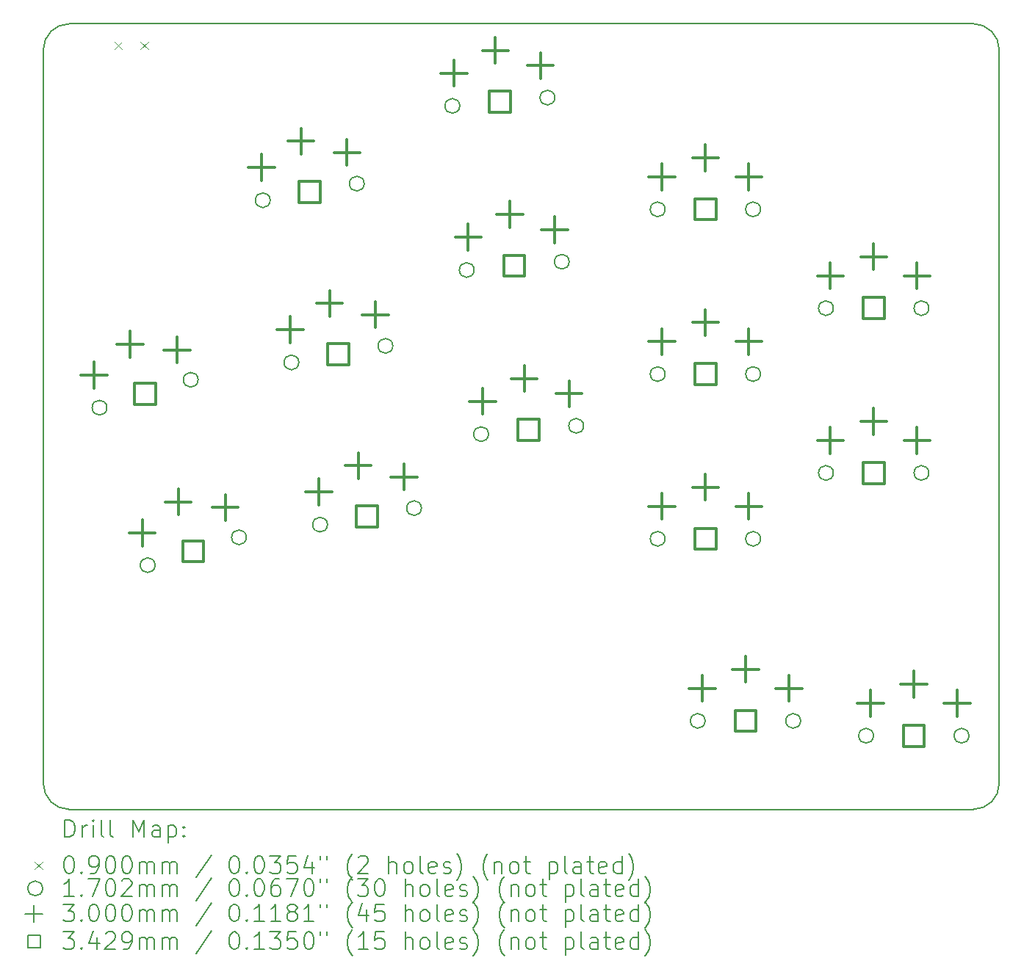
<source format=gbr>
%FSLAX45Y45*%
G04 Gerber Fmt 4.5, Leading zero omitted, Abs format (unit mm)*
G04 Created by KiCad (PCBNEW (6.0.4)) date 2022-09-04 01:37:33*
%MOMM*%
%LPD*%
G01*
G04 APERTURE LIST*
%TA.AperFunction,Profile*%
%ADD10C,0.150000*%
%TD*%
%ADD11C,0.200000*%
%ADD12C,0.090000*%
%ADD13C,0.170180*%
%ADD14C,0.300000*%
%ADD15C,0.342900*%
G04 APERTURE END LIST*
D10*
X19780321Y-14719637D02*
X30199060Y-14719637D01*
X19480323Y-14419637D02*
G75*
G03*
X19780321Y-14719637I299997J-3D01*
G01*
X19780321Y-5658142D02*
X30199060Y-5658142D01*
X30199060Y-14719630D02*
G75*
G03*
X30499060Y-14419637I10J299990D01*
G01*
X19480321Y-14419637D02*
X19480321Y-5958142D01*
X30499060Y-14419637D02*
X30499060Y-5958142D01*
X30499058Y-5958142D02*
G75*
G03*
X30199060Y-5658142I-299998J2D01*
G01*
X19780321Y-5658141D02*
G75*
G03*
X19480321Y-5958142I-1J-299999D01*
G01*
D11*
D12*
X20300062Y-5865642D02*
X20390062Y-5955642D01*
X20390062Y-5865642D02*
X20300062Y-5955642D01*
X20600062Y-5865642D02*
X20690062Y-5955642D01*
X20690062Y-5865642D02*
X20600062Y-5955642D01*
D13*
X20213390Y-10085754D02*
G75*
G03*
X20213390Y-10085754I-85090J0D01*
G01*
X20768896Y-11902733D02*
G75*
G03*
X20768896Y-11902733I-85090J0D01*
G01*
X21265325Y-9764145D02*
G75*
G03*
X21265325Y-9764145I-85090J0D01*
G01*
X21820832Y-11581124D02*
G75*
G03*
X21820832Y-11581124I-85090J0D01*
G01*
X22096156Y-7693221D02*
G75*
G03*
X22096156Y-7693221I-85090J0D01*
G01*
X22426088Y-9564356D02*
G75*
G03*
X22426088Y-9564356I-85090J0D01*
G01*
X22756019Y-11435491D02*
G75*
G03*
X22756019Y-11435491I-85090J0D01*
G01*
X23179445Y-7502208D02*
G75*
G03*
X23179445Y-7502208I-85090J0D01*
G01*
X23509376Y-9373343D02*
G75*
G03*
X23509376Y-9373343I-85090J0D01*
G01*
X23839308Y-11244478D02*
G75*
G03*
X23839308Y-11244478I-85090J0D01*
G01*
X24280669Y-6605737D02*
G75*
G03*
X24280669Y-6605737I-85090J0D01*
G01*
X24446265Y-8498507D02*
G75*
G03*
X24446265Y-8498507I-85090J0D01*
G01*
X24611861Y-10391277D02*
G75*
G03*
X24611861Y-10391277I-85090J0D01*
G01*
X25376484Y-6509866D02*
G75*
G03*
X25376484Y-6509866I-85090J0D01*
G01*
X25542079Y-8402636D02*
G75*
G03*
X25542079Y-8402636I-85090J0D01*
G01*
X25707675Y-10295406D02*
G75*
G03*
X25707675Y-10295406I-85090J0D01*
G01*
X26646650Y-7798637D02*
G75*
G03*
X26646650Y-7798637I-85090J0D01*
G01*
X26646650Y-9698637D02*
G75*
G03*
X26646650Y-9698637I-85090J0D01*
G01*
X26646650Y-11598637D02*
G75*
G03*
X26646650Y-11598637I-85090J0D01*
G01*
X27109150Y-13698637D02*
G75*
G03*
X27109150Y-13698637I-85090J0D01*
G01*
X27746650Y-7798637D02*
G75*
G03*
X27746650Y-7798637I-85090J0D01*
G01*
X27746650Y-9698637D02*
G75*
G03*
X27746650Y-9698637I-85090J0D01*
G01*
X27746650Y-11598637D02*
G75*
G03*
X27746650Y-11598637I-85090J0D01*
G01*
X28209150Y-13698637D02*
G75*
G03*
X28209150Y-13698637I-85090J0D01*
G01*
X28586650Y-8938637D02*
G75*
G03*
X28586650Y-8938637I-85090J0D01*
G01*
X28586650Y-10838637D02*
G75*
G03*
X28586650Y-10838637I-85090J0D01*
G01*
X29049150Y-13869637D02*
G75*
G03*
X29049150Y-13869637I-85090J0D01*
G01*
X29686650Y-8938637D02*
G75*
G03*
X29686650Y-8938637I-85090J0D01*
G01*
X29686650Y-10838637D02*
G75*
G03*
X29686650Y-10838637I-85090J0D01*
G01*
X30149150Y-13869637D02*
G75*
G03*
X30149150Y-13869637I-85090J0D01*
G01*
D14*
X20066476Y-9562521D02*
X20066476Y-9862521D01*
X19916476Y-9712521D02*
X20216476Y-9712521D01*
X20480307Y-9205948D02*
X20480307Y-9505948D01*
X20330307Y-9355948D02*
X20630307Y-9355948D01*
X20621982Y-11379500D02*
X20621982Y-11679500D01*
X20471982Y-11529500D02*
X20771982Y-11529500D01*
X21022781Y-9270150D02*
X21022781Y-9570150D01*
X20872781Y-9420150D02*
X21172781Y-9420150D01*
X21035813Y-11022927D02*
X21035813Y-11322927D01*
X20885813Y-11172927D02*
X21185813Y-11172927D01*
X21578287Y-11087129D02*
X21578287Y-11387129D01*
X21428287Y-11237129D02*
X21728287Y-11237129D01*
X21995189Y-7165236D02*
X21995189Y-7465236D01*
X21845189Y-7315236D02*
X22145189Y-7315236D01*
X22325120Y-9036371D02*
X22325120Y-9336371D01*
X22175120Y-9186371D02*
X22475120Y-9186371D01*
X22449390Y-6861754D02*
X22449390Y-7161754D01*
X22299390Y-7011754D02*
X22599390Y-7011754D01*
X22655052Y-10907506D02*
X22655052Y-11207506D01*
X22505052Y-11057506D02*
X22805052Y-11057506D01*
X22779321Y-8732889D02*
X22779321Y-9032889D01*
X22629321Y-8882889D02*
X22929321Y-8882889D01*
X22979996Y-6991588D02*
X22979996Y-7291588D01*
X22829996Y-7141588D02*
X23129996Y-7141588D01*
X23109253Y-10604024D02*
X23109253Y-10904024D01*
X22959253Y-10754024D02*
X23259253Y-10754024D01*
X23309928Y-8862723D02*
X23309928Y-9162723D01*
X23159928Y-9012723D02*
X23459928Y-9012723D01*
X23639859Y-10733858D02*
X23639859Y-11033858D01*
X23489859Y-10883858D02*
X23789859Y-10883858D01*
X24212706Y-6077807D02*
X24212706Y-6377807D01*
X24062706Y-6227807D02*
X24362706Y-6227807D01*
X24378302Y-7970577D02*
X24378302Y-8270577D01*
X24228302Y-8120577D02*
X24528302Y-8120577D01*
X24543898Y-9863347D02*
X24543898Y-10163347D01*
X24393898Y-10013347D02*
X24693898Y-10013347D01*
X24691629Y-5815066D02*
X24691629Y-6115066D01*
X24541629Y-5965066D02*
X24841629Y-5965066D01*
X24857225Y-7707836D02*
X24857225Y-8007836D01*
X24707225Y-7857836D02*
X25007225Y-7857836D01*
X25022821Y-9600606D02*
X25022821Y-9900606D01*
X24872821Y-9750606D02*
X25172821Y-9750606D01*
X25208900Y-5990651D02*
X25208900Y-6290651D01*
X25058900Y-6140651D02*
X25358900Y-6140651D01*
X25374496Y-7883421D02*
X25374496Y-8183421D01*
X25224496Y-8033421D02*
X25524496Y-8033421D01*
X25540092Y-9776191D02*
X25540092Y-10076191D01*
X25390092Y-9926191D02*
X25690092Y-9926191D01*
X26611560Y-7273637D02*
X26611560Y-7573637D01*
X26461560Y-7423637D02*
X26761560Y-7423637D01*
X26611560Y-9173637D02*
X26611560Y-9473637D01*
X26461560Y-9323637D02*
X26761560Y-9323637D01*
X26611560Y-11073637D02*
X26611560Y-11373637D01*
X26461560Y-11223637D02*
X26761560Y-11223637D01*
X27074060Y-13173637D02*
X27074060Y-13473637D01*
X26924060Y-13323637D02*
X27224060Y-13323637D01*
X27111560Y-7053637D02*
X27111560Y-7353637D01*
X26961560Y-7203637D02*
X27261560Y-7203637D01*
X27111560Y-8953637D02*
X27111560Y-9253637D01*
X26961560Y-9103637D02*
X27261560Y-9103637D01*
X27111560Y-10853637D02*
X27111560Y-11153637D01*
X26961560Y-11003637D02*
X27261560Y-11003637D01*
X27574060Y-12953637D02*
X27574060Y-13253637D01*
X27424060Y-13103637D02*
X27724060Y-13103637D01*
X27611560Y-7273637D02*
X27611560Y-7573637D01*
X27461560Y-7423637D02*
X27761560Y-7423637D01*
X27611560Y-9173637D02*
X27611560Y-9473637D01*
X27461560Y-9323637D02*
X27761560Y-9323637D01*
X27611560Y-11073637D02*
X27611560Y-11373637D01*
X27461560Y-11223637D02*
X27761560Y-11223637D01*
X28074060Y-13173637D02*
X28074060Y-13473637D01*
X27924060Y-13323637D02*
X28224060Y-13323637D01*
X28551560Y-8413637D02*
X28551560Y-8713637D01*
X28401560Y-8563637D02*
X28701560Y-8563637D01*
X28551560Y-10313637D02*
X28551560Y-10613637D01*
X28401560Y-10463637D02*
X28701560Y-10463637D01*
X29014060Y-13344637D02*
X29014060Y-13644637D01*
X28864060Y-13494637D02*
X29164060Y-13494637D01*
X29051560Y-8193637D02*
X29051560Y-8493637D01*
X28901560Y-8343637D02*
X29201560Y-8343637D01*
X29051560Y-10093637D02*
X29051560Y-10393637D01*
X28901560Y-10243637D02*
X29201560Y-10243637D01*
X29514060Y-13124637D02*
X29514060Y-13424637D01*
X29364060Y-13274637D02*
X29664060Y-13274637D01*
X29551560Y-8413637D02*
X29551560Y-8713637D01*
X29401560Y-8563637D02*
X29701560Y-8563637D01*
X29551560Y-10313637D02*
X29551560Y-10613637D01*
X29401560Y-10463637D02*
X29701560Y-10463637D01*
X30014060Y-13344637D02*
X30014060Y-13644637D01*
X29864060Y-13494637D02*
X30164060Y-13494637D01*
D15*
X20775502Y-10046184D02*
X20775502Y-9803715D01*
X20533033Y-9803715D01*
X20533033Y-10046184D01*
X20775502Y-10046184D01*
X21331009Y-11863163D02*
X21331009Y-11620694D01*
X21088539Y-11620694D01*
X21088539Y-11863163D01*
X21331009Y-11863163D01*
X22673945Y-7718950D02*
X22673945Y-7476480D01*
X22431476Y-7476480D01*
X22431476Y-7718950D01*
X22673945Y-7718950D01*
X23003877Y-9590084D02*
X23003877Y-9347615D01*
X22761407Y-9347615D01*
X22761407Y-9590084D01*
X23003877Y-9590084D01*
X23333808Y-11461219D02*
X23333808Y-11218750D01*
X23091339Y-11218750D01*
X23091339Y-11461219D01*
X23333808Y-11461219D01*
X24864721Y-6679036D02*
X24864721Y-6436567D01*
X24622252Y-6436567D01*
X24622252Y-6679036D01*
X24864721Y-6679036D01*
X25030317Y-8571806D02*
X25030317Y-8329337D01*
X24787848Y-8329337D01*
X24787848Y-8571806D01*
X25030317Y-8571806D01*
X25195913Y-10464576D02*
X25195913Y-10222107D01*
X24953444Y-10222107D01*
X24953444Y-10464576D01*
X25195913Y-10464576D01*
X27232795Y-7919871D02*
X27232795Y-7677402D01*
X26990325Y-7677402D01*
X26990325Y-7919871D01*
X27232795Y-7919871D01*
X27232795Y-9819871D02*
X27232795Y-9577402D01*
X26990325Y-9577402D01*
X26990325Y-9819871D01*
X27232795Y-9819871D01*
X27232795Y-11719871D02*
X27232795Y-11477402D01*
X26990325Y-11477402D01*
X26990325Y-11719871D01*
X27232795Y-11719871D01*
X27695295Y-13819871D02*
X27695295Y-13577402D01*
X27452825Y-13577402D01*
X27452825Y-13819871D01*
X27695295Y-13819871D01*
X29172795Y-9059871D02*
X29172795Y-8817402D01*
X28930325Y-8817402D01*
X28930325Y-9059871D01*
X29172795Y-9059871D01*
X29172795Y-10959871D02*
X29172795Y-10717402D01*
X28930325Y-10717402D01*
X28930325Y-10959871D01*
X29172795Y-10959871D01*
X29635295Y-13990871D02*
X29635295Y-13748402D01*
X29392825Y-13748402D01*
X29392825Y-13990871D01*
X29635295Y-13990871D01*
D11*
X19730440Y-15037613D02*
X19730440Y-14837613D01*
X19778059Y-14837613D01*
X19806630Y-14847137D01*
X19825678Y-14866184D01*
X19835202Y-14885232D01*
X19844726Y-14923327D01*
X19844726Y-14951899D01*
X19835202Y-14989994D01*
X19825678Y-15009041D01*
X19806630Y-15028089D01*
X19778059Y-15037613D01*
X19730440Y-15037613D01*
X19930440Y-15037613D02*
X19930440Y-14904279D01*
X19930440Y-14942375D02*
X19939964Y-14923327D01*
X19949488Y-14913803D01*
X19968535Y-14904279D01*
X19987583Y-14904279D01*
X20054249Y-15037613D02*
X20054249Y-14904279D01*
X20054249Y-14837613D02*
X20044726Y-14847137D01*
X20054249Y-14856660D01*
X20063773Y-14847137D01*
X20054249Y-14837613D01*
X20054249Y-14856660D01*
X20178059Y-15037613D02*
X20159011Y-15028089D01*
X20149488Y-15009041D01*
X20149488Y-14837613D01*
X20282821Y-15037613D02*
X20263773Y-15028089D01*
X20254249Y-15009041D01*
X20254249Y-14837613D01*
X20511392Y-15037613D02*
X20511392Y-14837613D01*
X20578059Y-14980470D01*
X20644726Y-14837613D01*
X20644726Y-15037613D01*
X20825678Y-15037613D02*
X20825678Y-14932851D01*
X20816154Y-14913803D01*
X20797107Y-14904279D01*
X20759011Y-14904279D01*
X20739964Y-14913803D01*
X20825678Y-15028089D02*
X20806630Y-15037613D01*
X20759011Y-15037613D01*
X20739964Y-15028089D01*
X20730440Y-15009041D01*
X20730440Y-14989994D01*
X20739964Y-14970946D01*
X20759011Y-14961422D01*
X20806630Y-14961422D01*
X20825678Y-14951899D01*
X20920916Y-14904279D02*
X20920916Y-15104279D01*
X20920916Y-14913803D02*
X20939964Y-14904279D01*
X20978059Y-14904279D01*
X20997107Y-14913803D01*
X21006630Y-14923327D01*
X21016154Y-14942375D01*
X21016154Y-14999518D01*
X21006630Y-15018565D01*
X20997107Y-15028089D01*
X20978059Y-15037613D01*
X20939964Y-15037613D01*
X20920916Y-15028089D01*
X21101869Y-15018565D02*
X21111392Y-15028089D01*
X21101869Y-15037613D01*
X21092345Y-15028089D01*
X21101869Y-15018565D01*
X21101869Y-15037613D01*
X21101869Y-14913803D02*
X21111392Y-14923327D01*
X21101869Y-14932851D01*
X21092345Y-14923327D01*
X21101869Y-14913803D01*
X21101869Y-14932851D01*
D12*
X19382821Y-15322137D02*
X19472821Y-15412137D01*
X19472821Y-15322137D02*
X19382821Y-15412137D01*
D11*
X19768535Y-15257613D02*
X19787583Y-15257613D01*
X19806630Y-15267137D01*
X19816154Y-15276660D01*
X19825678Y-15295708D01*
X19835202Y-15333803D01*
X19835202Y-15381422D01*
X19825678Y-15419518D01*
X19816154Y-15438565D01*
X19806630Y-15448089D01*
X19787583Y-15457613D01*
X19768535Y-15457613D01*
X19749488Y-15448089D01*
X19739964Y-15438565D01*
X19730440Y-15419518D01*
X19720916Y-15381422D01*
X19720916Y-15333803D01*
X19730440Y-15295708D01*
X19739964Y-15276660D01*
X19749488Y-15267137D01*
X19768535Y-15257613D01*
X19920916Y-15438565D02*
X19930440Y-15448089D01*
X19920916Y-15457613D01*
X19911392Y-15448089D01*
X19920916Y-15438565D01*
X19920916Y-15457613D01*
X20025678Y-15457613D02*
X20063773Y-15457613D01*
X20082821Y-15448089D01*
X20092345Y-15438565D01*
X20111392Y-15409994D01*
X20120916Y-15371899D01*
X20120916Y-15295708D01*
X20111392Y-15276660D01*
X20101869Y-15267137D01*
X20082821Y-15257613D01*
X20044726Y-15257613D01*
X20025678Y-15267137D01*
X20016154Y-15276660D01*
X20006630Y-15295708D01*
X20006630Y-15343327D01*
X20016154Y-15362375D01*
X20025678Y-15371899D01*
X20044726Y-15381422D01*
X20082821Y-15381422D01*
X20101869Y-15371899D01*
X20111392Y-15362375D01*
X20120916Y-15343327D01*
X20244726Y-15257613D02*
X20263773Y-15257613D01*
X20282821Y-15267137D01*
X20292345Y-15276660D01*
X20301869Y-15295708D01*
X20311392Y-15333803D01*
X20311392Y-15381422D01*
X20301869Y-15419518D01*
X20292345Y-15438565D01*
X20282821Y-15448089D01*
X20263773Y-15457613D01*
X20244726Y-15457613D01*
X20225678Y-15448089D01*
X20216154Y-15438565D01*
X20206630Y-15419518D01*
X20197107Y-15381422D01*
X20197107Y-15333803D01*
X20206630Y-15295708D01*
X20216154Y-15276660D01*
X20225678Y-15267137D01*
X20244726Y-15257613D01*
X20435202Y-15257613D02*
X20454249Y-15257613D01*
X20473297Y-15267137D01*
X20482821Y-15276660D01*
X20492345Y-15295708D01*
X20501869Y-15333803D01*
X20501869Y-15381422D01*
X20492345Y-15419518D01*
X20482821Y-15438565D01*
X20473297Y-15448089D01*
X20454249Y-15457613D01*
X20435202Y-15457613D01*
X20416154Y-15448089D01*
X20406630Y-15438565D01*
X20397107Y-15419518D01*
X20387583Y-15381422D01*
X20387583Y-15333803D01*
X20397107Y-15295708D01*
X20406630Y-15276660D01*
X20416154Y-15267137D01*
X20435202Y-15257613D01*
X20587583Y-15457613D02*
X20587583Y-15324279D01*
X20587583Y-15343327D02*
X20597107Y-15333803D01*
X20616154Y-15324279D01*
X20644726Y-15324279D01*
X20663773Y-15333803D01*
X20673297Y-15352851D01*
X20673297Y-15457613D01*
X20673297Y-15352851D02*
X20682821Y-15333803D01*
X20701869Y-15324279D01*
X20730440Y-15324279D01*
X20749488Y-15333803D01*
X20759011Y-15352851D01*
X20759011Y-15457613D01*
X20854249Y-15457613D02*
X20854249Y-15324279D01*
X20854249Y-15343327D02*
X20863773Y-15333803D01*
X20882821Y-15324279D01*
X20911392Y-15324279D01*
X20930440Y-15333803D01*
X20939964Y-15352851D01*
X20939964Y-15457613D01*
X20939964Y-15352851D02*
X20949488Y-15333803D01*
X20968535Y-15324279D01*
X20997107Y-15324279D01*
X21016154Y-15333803D01*
X21025678Y-15352851D01*
X21025678Y-15457613D01*
X21416154Y-15248089D02*
X21244726Y-15505232D01*
X21673297Y-15257613D02*
X21692345Y-15257613D01*
X21711392Y-15267137D01*
X21720916Y-15276660D01*
X21730440Y-15295708D01*
X21739964Y-15333803D01*
X21739964Y-15381422D01*
X21730440Y-15419518D01*
X21720916Y-15438565D01*
X21711392Y-15448089D01*
X21692345Y-15457613D01*
X21673297Y-15457613D01*
X21654249Y-15448089D01*
X21644726Y-15438565D01*
X21635202Y-15419518D01*
X21625678Y-15381422D01*
X21625678Y-15333803D01*
X21635202Y-15295708D01*
X21644726Y-15276660D01*
X21654249Y-15267137D01*
X21673297Y-15257613D01*
X21825678Y-15438565D02*
X21835202Y-15448089D01*
X21825678Y-15457613D01*
X21816154Y-15448089D01*
X21825678Y-15438565D01*
X21825678Y-15457613D01*
X21959011Y-15257613D02*
X21978059Y-15257613D01*
X21997107Y-15267137D01*
X22006630Y-15276660D01*
X22016154Y-15295708D01*
X22025678Y-15333803D01*
X22025678Y-15381422D01*
X22016154Y-15419518D01*
X22006630Y-15438565D01*
X21997107Y-15448089D01*
X21978059Y-15457613D01*
X21959011Y-15457613D01*
X21939964Y-15448089D01*
X21930440Y-15438565D01*
X21920916Y-15419518D01*
X21911392Y-15381422D01*
X21911392Y-15333803D01*
X21920916Y-15295708D01*
X21930440Y-15276660D01*
X21939964Y-15267137D01*
X21959011Y-15257613D01*
X22092345Y-15257613D02*
X22216154Y-15257613D01*
X22149488Y-15333803D01*
X22178059Y-15333803D01*
X22197107Y-15343327D01*
X22206630Y-15352851D01*
X22216154Y-15371899D01*
X22216154Y-15419518D01*
X22206630Y-15438565D01*
X22197107Y-15448089D01*
X22178059Y-15457613D01*
X22120916Y-15457613D01*
X22101869Y-15448089D01*
X22092345Y-15438565D01*
X22397107Y-15257613D02*
X22301869Y-15257613D01*
X22292345Y-15352851D01*
X22301869Y-15343327D01*
X22320916Y-15333803D01*
X22368535Y-15333803D01*
X22387583Y-15343327D01*
X22397107Y-15352851D01*
X22406630Y-15371899D01*
X22406630Y-15419518D01*
X22397107Y-15438565D01*
X22387583Y-15448089D01*
X22368535Y-15457613D01*
X22320916Y-15457613D01*
X22301869Y-15448089D01*
X22292345Y-15438565D01*
X22578059Y-15324279D02*
X22578059Y-15457613D01*
X22530440Y-15248089D02*
X22482821Y-15390946D01*
X22606630Y-15390946D01*
X22673297Y-15257613D02*
X22673297Y-15295708D01*
X22749487Y-15257613D02*
X22749487Y-15295708D01*
X23044726Y-15533803D02*
X23035202Y-15524279D01*
X23016154Y-15495708D01*
X23006630Y-15476660D01*
X22997107Y-15448089D01*
X22987583Y-15400470D01*
X22987583Y-15362375D01*
X22997107Y-15314756D01*
X23006630Y-15286184D01*
X23016154Y-15267137D01*
X23035202Y-15238565D01*
X23044726Y-15229041D01*
X23111392Y-15276660D02*
X23120916Y-15267137D01*
X23139964Y-15257613D01*
X23187583Y-15257613D01*
X23206630Y-15267137D01*
X23216154Y-15276660D01*
X23225678Y-15295708D01*
X23225678Y-15314756D01*
X23216154Y-15343327D01*
X23101868Y-15457613D01*
X23225678Y-15457613D01*
X23463773Y-15457613D02*
X23463773Y-15257613D01*
X23549487Y-15457613D02*
X23549487Y-15352851D01*
X23539964Y-15333803D01*
X23520916Y-15324279D01*
X23492345Y-15324279D01*
X23473297Y-15333803D01*
X23463773Y-15343327D01*
X23673297Y-15457613D02*
X23654249Y-15448089D01*
X23644726Y-15438565D01*
X23635202Y-15419518D01*
X23635202Y-15362375D01*
X23644726Y-15343327D01*
X23654249Y-15333803D01*
X23673297Y-15324279D01*
X23701868Y-15324279D01*
X23720916Y-15333803D01*
X23730440Y-15343327D01*
X23739964Y-15362375D01*
X23739964Y-15419518D01*
X23730440Y-15438565D01*
X23720916Y-15448089D01*
X23701868Y-15457613D01*
X23673297Y-15457613D01*
X23854249Y-15457613D02*
X23835202Y-15448089D01*
X23825678Y-15429041D01*
X23825678Y-15257613D01*
X24006630Y-15448089D02*
X23987583Y-15457613D01*
X23949487Y-15457613D01*
X23930440Y-15448089D01*
X23920916Y-15429041D01*
X23920916Y-15352851D01*
X23930440Y-15333803D01*
X23949487Y-15324279D01*
X23987583Y-15324279D01*
X24006630Y-15333803D01*
X24016154Y-15352851D01*
X24016154Y-15371899D01*
X23920916Y-15390946D01*
X24092345Y-15448089D02*
X24111392Y-15457613D01*
X24149487Y-15457613D01*
X24168535Y-15448089D01*
X24178059Y-15429041D01*
X24178059Y-15419518D01*
X24168535Y-15400470D01*
X24149487Y-15390946D01*
X24120916Y-15390946D01*
X24101868Y-15381422D01*
X24092345Y-15362375D01*
X24092345Y-15352851D01*
X24101868Y-15333803D01*
X24120916Y-15324279D01*
X24149487Y-15324279D01*
X24168535Y-15333803D01*
X24244726Y-15533803D02*
X24254249Y-15524279D01*
X24273297Y-15495708D01*
X24282821Y-15476660D01*
X24292345Y-15448089D01*
X24301868Y-15400470D01*
X24301868Y-15362375D01*
X24292345Y-15314756D01*
X24282821Y-15286184D01*
X24273297Y-15267137D01*
X24254249Y-15238565D01*
X24244726Y-15229041D01*
X24606630Y-15533803D02*
X24597107Y-15524279D01*
X24578059Y-15495708D01*
X24568535Y-15476660D01*
X24559011Y-15448089D01*
X24549487Y-15400470D01*
X24549487Y-15362375D01*
X24559011Y-15314756D01*
X24568535Y-15286184D01*
X24578059Y-15267137D01*
X24597107Y-15238565D01*
X24606630Y-15229041D01*
X24682821Y-15324279D02*
X24682821Y-15457613D01*
X24682821Y-15343327D02*
X24692345Y-15333803D01*
X24711392Y-15324279D01*
X24739964Y-15324279D01*
X24759011Y-15333803D01*
X24768535Y-15352851D01*
X24768535Y-15457613D01*
X24892345Y-15457613D02*
X24873297Y-15448089D01*
X24863773Y-15438565D01*
X24854249Y-15419518D01*
X24854249Y-15362375D01*
X24863773Y-15343327D01*
X24873297Y-15333803D01*
X24892345Y-15324279D01*
X24920916Y-15324279D01*
X24939964Y-15333803D01*
X24949487Y-15343327D01*
X24959011Y-15362375D01*
X24959011Y-15419518D01*
X24949487Y-15438565D01*
X24939964Y-15448089D01*
X24920916Y-15457613D01*
X24892345Y-15457613D01*
X25016154Y-15324279D02*
X25092345Y-15324279D01*
X25044726Y-15257613D02*
X25044726Y-15429041D01*
X25054249Y-15448089D01*
X25073297Y-15457613D01*
X25092345Y-15457613D01*
X25311392Y-15324279D02*
X25311392Y-15524279D01*
X25311392Y-15333803D02*
X25330440Y-15324279D01*
X25368535Y-15324279D01*
X25387583Y-15333803D01*
X25397107Y-15343327D01*
X25406630Y-15362375D01*
X25406630Y-15419518D01*
X25397107Y-15438565D01*
X25387583Y-15448089D01*
X25368535Y-15457613D01*
X25330440Y-15457613D01*
X25311392Y-15448089D01*
X25520916Y-15457613D02*
X25501868Y-15448089D01*
X25492345Y-15429041D01*
X25492345Y-15257613D01*
X25682821Y-15457613D02*
X25682821Y-15352851D01*
X25673297Y-15333803D01*
X25654249Y-15324279D01*
X25616154Y-15324279D01*
X25597107Y-15333803D01*
X25682821Y-15448089D02*
X25663773Y-15457613D01*
X25616154Y-15457613D01*
X25597107Y-15448089D01*
X25587583Y-15429041D01*
X25587583Y-15409994D01*
X25597107Y-15390946D01*
X25616154Y-15381422D01*
X25663773Y-15381422D01*
X25682821Y-15371899D01*
X25749487Y-15324279D02*
X25825678Y-15324279D01*
X25778059Y-15257613D02*
X25778059Y-15429041D01*
X25787583Y-15448089D01*
X25806630Y-15457613D01*
X25825678Y-15457613D01*
X25968535Y-15448089D02*
X25949487Y-15457613D01*
X25911392Y-15457613D01*
X25892345Y-15448089D01*
X25882821Y-15429041D01*
X25882821Y-15352851D01*
X25892345Y-15333803D01*
X25911392Y-15324279D01*
X25949487Y-15324279D01*
X25968535Y-15333803D01*
X25978059Y-15352851D01*
X25978059Y-15371899D01*
X25882821Y-15390946D01*
X26149487Y-15457613D02*
X26149487Y-15257613D01*
X26149487Y-15448089D02*
X26130440Y-15457613D01*
X26092345Y-15457613D01*
X26073297Y-15448089D01*
X26063773Y-15438565D01*
X26054249Y-15419518D01*
X26054249Y-15362375D01*
X26063773Y-15343327D01*
X26073297Y-15333803D01*
X26092345Y-15324279D01*
X26130440Y-15324279D01*
X26149487Y-15333803D01*
X26225678Y-15533803D02*
X26235202Y-15524279D01*
X26254249Y-15495708D01*
X26263773Y-15476660D01*
X26273297Y-15448089D01*
X26282821Y-15400470D01*
X26282821Y-15362375D01*
X26273297Y-15314756D01*
X26263773Y-15286184D01*
X26254249Y-15267137D01*
X26235202Y-15238565D01*
X26225678Y-15229041D01*
D13*
X19472821Y-15631137D02*
G75*
G03*
X19472821Y-15631137I-85090J0D01*
G01*
D11*
X19835202Y-15721613D02*
X19720916Y-15721613D01*
X19778059Y-15721613D02*
X19778059Y-15521613D01*
X19759011Y-15550184D01*
X19739964Y-15569232D01*
X19720916Y-15578756D01*
X19920916Y-15702565D02*
X19930440Y-15712089D01*
X19920916Y-15721613D01*
X19911392Y-15712089D01*
X19920916Y-15702565D01*
X19920916Y-15721613D01*
X19997107Y-15521613D02*
X20130440Y-15521613D01*
X20044726Y-15721613D01*
X20244726Y-15521613D02*
X20263773Y-15521613D01*
X20282821Y-15531137D01*
X20292345Y-15540660D01*
X20301869Y-15559708D01*
X20311392Y-15597803D01*
X20311392Y-15645422D01*
X20301869Y-15683518D01*
X20292345Y-15702565D01*
X20282821Y-15712089D01*
X20263773Y-15721613D01*
X20244726Y-15721613D01*
X20225678Y-15712089D01*
X20216154Y-15702565D01*
X20206630Y-15683518D01*
X20197107Y-15645422D01*
X20197107Y-15597803D01*
X20206630Y-15559708D01*
X20216154Y-15540660D01*
X20225678Y-15531137D01*
X20244726Y-15521613D01*
X20387583Y-15540660D02*
X20397107Y-15531137D01*
X20416154Y-15521613D01*
X20463773Y-15521613D01*
X20482821Y-15531137D01*
X20492345Y-15540660D01*
X20501869Y-15559708D01*
X20501869Y-15578756D01*
X20492345Y-15607327D01*
X20378059Y-15721613D01*
X20501869Y-15721613D01*
X20587583Y-15721613D02*
X20587583Y-15588279D01*
X20587583Y-15607327D02*
X20597107Y-15597803D01*
X20616154Y-15588279D01*
X20644726Y-15588279D01*
X20663773Y-15597803D01*
X20673297Y-15616851D01*
X20673297Y-15721613D01*
X20673297Y-15616851D02*
X20682821Y-15597803D01*
X20701869Y-15588279D01*
X20730440Y-15588279D01*
X20749488Y-15597803D01*
X20759011Y-15616851D01*
X20759011Y-15721613D01*
X20854249Y-15721613D02*
X20854249Y-15588279D01*
X20854249Y-15607327D02*
X20863773Y-15597803D01*
X20882821Y-15588279D01*
X20911392Y-15588279D01*
X20930440Y-15597803D01*
X20939964Y-15616851D01*
X20939964Y-15721613D01*
X20939964Y-15616851D02*
X20949488Y-15597803D01*
X20968535Y-15588279D01*
X20997107Y-15588279D01*
X21016154Y-15597803D01*
X21025678Y-15616851D01*
X21025678Y-15721613D01*
X21416154Y-15512089D02*
X21244726Y-15769232D01*
X21673297Y-15521613D02*
X21692345Y-15521613D01*
X21711392Y-15531137D01*
X21720916Y-15540660D01*
X21730440Y-15559708D01*
X21739964Y-15597803D01*
X21739964Y-15645422D01*
X21730440Y-15683518D01*
X21720916Y-15702565D01*
X21711392Y-15712089D01*
X21692345Y-15721613D01*
X21673297Y-15721613D01*
X21654249Y-15712089D01*
X21644726Y-15702565D01*
X21635202Y-15683518D01*
X21625678Y-15645422D01*
X21625678Y-15597803D01*
X21635202Y-15559708D01*
X21644726Y-15540660D01*
X21654249Y-15531137D01*
X21673297Y-15521613D01*
X21825678Y-15702565D02*
X21835202Y-15712089D01*
X21825678Y-15721613D01*
X21816154Y-15712089D01*
X21825678Y-15702565D01*
X21825678Y-15721613D01*
X21959011Y-15521613D02*
X21978059Y-15521613D01*
X21997107Y-15531137D01*
X22006630Y-15540660D01*
X22016154Y-15559708D01*
X22025678Y-15597803D01*
X22025678Y-15645422D01*
X22016154Y-15683518D01*
X22006630Y-15702565D01*
X21997107Y-15712089D01*
X21978059Y-15721613D01*
X21959011Y-15721613D01*
X21939964Y-15712089D01*
X21930440Y-15702565D01*
X21920916Y-15683518D01*
X21911392Y-15645422D01*
X21911392Y-15597803D01*
X21920916Y-15559708D01*
X21930440Y-15540660D01*
X21939964Y-15531137D01*
X21959011Y-15521613D01*
X22197107Y-15521613D02*
X22159011Y-15521613D01*
X22139964Y-15531137D01*
X22130440Y-15540660D01*
X22111392Y-15569232D01*
X22101869Y-15607327D01*
X22101869Y-15683518D01*
X22111392Y-15702565D01*
X22120916Y-15712089D01*
X22139964Y-15721613D01*
X22178059Y-15721613D01*
X22197107Y-15712089D01*
X22206630Y-15702565D01*
X22216154Y-15683518D01*
X22216154Y-15635899D01*
X22206630Y-15616851D01*
X22197107Y-15607327D01*
X22178059Y-15597803D01*
X22139964Y-15597803D01*
X22120916Y-15607327D01*
X22111392Y-15616851D01*
X22101869Y-15635899D01*
X22282821Y-15521613D02*
X22416154Y-15521613D01*
X22330440Y-15721613D01*
X22530440Y-15521613D02*
X22549487Y-15521613D01*
X22568535Y-15531137D01*
X22578059Y-15540660D01*
X22587583Y-15559708D01*
X22597107Y-15597803D01*
X22597107Y-15645422D01*
X22587583Y-15683518D01*
X22578059Y-15702565D01*
X22568535Y-15712089D01*
X22549487Y-15721613D01*
X22530440Y-15721613D01*
X22511392Y-15712089D01*
X22501868Y-15702565D01*
X22492345Y-15683518D01*
X22482821Y-15645422D01*
X22482821Y-15597803D01*
X22492345Y-15559708D01*
X22501868Y-15540660D01*
X22511392Y-15531137D01*
X22530440Y-15521613D01*
X22673297Y-15521613D02*
X22673297Y-15559708D01*
X22749487Y-15521613D02*
X22749487Y-15559708D01*
X23044726Y-15797803D02*
X23035202Y-15788279D01*
X23016154Y-15759708D01*
X23006630Y-15740660D01*
X22997107Y-15712089D01*
X22987583Y-15664470D01*
X22987583Y-15626375D01*
X22997107Y-15578756D01*
X23006630Y-15550184D01*
X23016154Y-15531137D01*
X23035202Y-15502565D01*
X23044726Y-15493041D01*
X23101868Y-15521613D02*
X23225678Y-15521613D01*
X23159011Y-15597803D01*
X23187583Y-15597803D01*
X23206630Y-15607327D01*
X23216154Y-15616851D01*
X23225678Y-15635899D01*
X23225678Y-15683518D01*
X23216154Y-15702565D01*
X23206630Y-15712089D01*
X23187583Y-15721613D01*
X23130440Y-15721613D01*
X23111392Y-15712089D01*
X23101868Y-15702565D01*
X23349487Y-15521613D02*
X23368535Y-15521613D01*
X23387583Y-15531137D01*
X23397107Y-15540660D01*
X23406630Y-15559708D01*
X23416154Y-15597803D01*
X23416154Y-15645422D01*
X23406630Y-15683518D01*
X23397107Y-15702565D01*
X23387583Y-15712089D01*
X23368535Y-15721613D01*
X23349487Y-15721613D01*
X23330440Y-15712089D01*
X23320916Y-15702565D01*
X23311392Y-15683518D01*
X23301868Y-15645422D01*
X23301868Y-15597803D01*
X23311392Y-15559708D01*
X23320916Y-15540660D01*
X23330440Y-15531137D01*
X23349487Y-15521613D01*
X23654249Y-15721613D02*
X23654249Y-15521613D01*
X23739964Y-15721613D02*
X23739964Y-15616851D01*
X23730440Y-15597803D01*
X23711392Y-15588279D01*
X23682821Y-15588279D01*
X23663773Y-15597803D01*
X23654249Y-15607327D01*
X23863773Y-15721613D02*
X23844726Y-15712089D01*
X23835202Y-15702565D01*
X23825678Y-15683518D01*
X23825678Y-15626375D01*
X23835202Y-15607327D01*
X23844726Y-15597803D01*
X23863773Y-15588279D01*
X23892345Y-15588279D01*
X23911392Y-15597803D01*
X23920916Y-15607327D01*
X23930440Y-15626375D01*
X23930440Y-15683518D01*
X23920916Y-15702565D01*
X23911392Y-15712089D01*
X23892345Y-15721613D01*
X23863773Y-15721613D01*
X24044726Y-15721613D02*
X24025678Y-15712089D01*
X24016154Y-15693041D01*
X24016154Y-15521613D01*
X24197107Y-15712089D02*
X24178059Y-15721613D01*
X24139964Y-15721613D01*
X24120916Y-15712089D01*
X24111392Y-15693041D01*
X24111392Y-15616851D01*
X24120916Y-15597803D01*
X24139964Y-15588279D01*
X24178059Y-15588279D01*
X24197107Y-15597803D01*
X24206630Y-15616851D01*
X24206630Y-15635899D01*
X24111392Y-15654946D01*
X24282821Y-15712089D02*
X24301868Y-15721613D01*
X24339964Y-15721613D01*
X24359011Y-15712089D01*
X24368535Y-15693041D01*
X24368535Y-15683518D01*
X24359011Y-15664470D01*
X24339964Y-15654946D01*
X24311392Y-15654946D01*
X24292345Y-15645422D01*
X24282821Y-15626375D01*
X24282821Y-15616851D01*
X24292345Y-15597803D01*
X24311392Y-15588279D01*
X24339964Y-15588279D01*
X24359011Y-15597803D01*
X24435202Y-15797803D02*
X24444726Y-15788279D01*
X24463773Y-15759708D01*
X24473297Y-15740660D01*
X24482821Y-15712089D01*
X24492345Y-15664470D01*
X24492345Y-15626375D01*
X24482821Y-15578756D01*
X24473297Y-15550184D01*
X24463773Y-15531137D01*
X24444726Y-15502565D01*
X24435202Y-15493041D01*
X24797107Y-15797803D02*
X24787583Y-15788279D01*
X24768535Y-15759708D01*
X24759011Y-15740660D01*
X24749487Y-15712089D01*
X24739964Y-15664470D01*
X24739964Y-15626375D01*
X24749487Y-15578756D01*
X24759011Y-15550184D01*
X24768535Y-15531137D01*
X24787583Y-15502565D01*
X24797107Y-15493041D01*
X24873297Y-15588279D02*
X24873297Y-15721613D01*
X24873297Y-15607327D02*
X24882821Y-15597803D01*
X24901868Y-15588279D01*
X24930440Y-15588279D01*
X24949487Y-15597803D01*
X24959011Y-15616851D01*
X24959011Y-15721613D01*
X25082821Y-15721613D02*
X25063773Y-15712089D01*
X25054249Y-15702565D01*
X25044726Y-15683518D01*
X25044726Y-15626375D01*
X25054249Y-15607327D01*
X25063773Y-15597803D01*
X25082821Y-15588279D01*
X25111392Y-15588279D01*
X25130440Y-15597803D01*
X25139964Y-15607327D01*
X25149487Y-15626375D01*
X25149487Y-15683518D01*
X25139964Y-15702565D01*
X25130440Y-15712089D01*
X25111392Y-15721613D01*
X25082821Y-15721613D01*
X25206630Y-15588279D02*
X25282821Y-15588279D01*
X25235202Y-15521613D02*
X25235202Y-15693041D01*
X25244726Y-15712089D01*
X25263773Y-15721613D01*
X25282821Y-15721613D01*
X25501868Y-15588279D02*
X25501868Y-15788279D01*
X25501868Y-15597803D02*
X25520916Y-15588279D01*
X25559011Y-15588279D01*
X25578059Y-15597803D01*
X25587583Y-15607327D01*
X25597107Y-15626375D01*
X25597107Y-15683518D01*
X25587583Y-15702565D01*
X25578059Y-15712089D01*
X25559011Y-15721613D01*
X25520916Y-15721613D01*
X25501868Y-15712089D01*
X25711392Y-15721613D02*
X25692345Y-15712089D01*
X25682821Y-15693041D01*
X25682821Y-15521613D01*
X25873297Y-15721613D02*
X25873297Y-15616851D01*
X25863773Y-15597803D01*
X25844726Y-15588279D01*
X25806630Y-15588279D01*
X25787583Y-15597803D01*
X25873297Y-15712089D02*
X25854249Y-15721613D01*
X25806630Y-15721613D01*
X25787583Y-15712089D01*
X25778059Y-15693041D01*
X25778059Y-15673994D01*
X25787583Y-15654946D01*
X25806630Y-15645422D01*
X25854249Y-15645422D01*
X25873297Y-15635899D01*
X25939964Y-15588279D02*
X26016154Y-15588279D01*
X25968535Y-15521613D02*
X25968535Y-15693041D01*
X25978059Y-15712089D01*
X25997107Y-15721613D01*
X26016154Y-15721613D01*
X26159011Y-15712089D02*
X26139964Y-15721613D01*
X26101868Y-15721613D01*
X26082821Y-15712089D01*
X26073297Y-15693041D01*
X26073297Y-15616851D01*
X26082821Y-15597803D01*
X26101868Y-15588279D01*
X26139964Y-15588279D01*
X26159011Y-15597803D01*
X26168535Y-15616851D01*
X26168535Y-15635899D01*
X26073297Y-15654946D01*
X26339964Y-15721613D02*
X26339964Y-15521613D01*
X26339964Y-15712089D02*
X26320916Y-15721613D01*
X26282821Y-15721613D01*
X26263773Y-15712089D01*
X26254249Y-15702565D01*
X26244726Y-15683518D01*
X26244726Y-15626375D01*
X26254249Y-15607327D01*
X26263773Y-15597803D01*
X26282821Y-15588279D01*
X26320916Y-15588279D01*
X26339964Y-15597803D01*
X26416154Y-15797803D02*
X26425678Y-15788279D01*
X26444726Y-15759708D01*
X26454249Y-15740660D01*
X26463773Y-15712089D01*
X26473297Y-15664470D01*
X26473297Y-15626375D01*
X26463773Y-15578756D01*
X26454249Y-15550184D01*
X26444726Y-15531137D01*
X26425678Y-15502565D01*
X26416154Y-15493041D01*
X19372821Y-15821317D02*
X19372821Y-16021317D01*
X19272821Y-15921317D02*
X19472821Y-15921317D01*
X19711392Y-15811793D02*
X19835202Y-15811793D01*
X19768535Y-15887983D01*
X19797107Y-15887983D01*
X19816154Y-15897507D01*
X19825678Y-15907031D01*
X19835202Y-15926079D01*
X19835202Y-15973698D01*
X19825678Y-15992745D01*
X19816154Y-16002269D01*
X19797107Y-16011793D01*
X19739964Y-16011793D01*
X19720916Y-16002269D01*
X19711392Y-15992745D01*
X19920916Y-15992745D02*
X19930440Y-16002269D01*
X19920916Y-16011793D01*
X19911392Y-16002269D01*
X19920916Y-15992745D01*
X19920916Y-16011793D01*
X20054249Y-15811793D02*
X20073297Y-15811793D01*
X20092345Y-15821317D01*
X20101869Y-15830840D01*
X20111392Y-15849888D01*
X20120916Y-15887983D01*
X20120916Y-15935602D01*
X20111392Y-15973698D01*
X20101869Y-15992745D01*
X20092345Y-16002269D01*
X20073297Y-16011793D01*
X20054249Y-16011793D01*
X20035202Y-16002269D01*
X20025678Y-15992745D01*
X20016154Y-15973698D01*
X20006630Y-15935602D01*
X20006630Y-15887983D01*
X20016154Y-15849888D01*
X20025678Y-15830840D01*
X20035202Y-15821317D01*
X20054249Y-15811793D01*
X20244726Y-15811793D02*
X20263773Y-15811793D01*
X20282821Y-15821317D01*
X20292345Y-15830840D01*
X20301869Y-15849888D01*
X20311392Y-15887983D01*
X20311392Y-15935602D01*
X20301869Y-15973698D01*
X20292345Y-15992745D01*
X20282821Y-16002269D01*
X20263773Y-16011793D01*
X20244726Y-16011793D01*
X20225678Y-16002269D01*
X20216154Y-15992745D01*
X20206630Y-15973698D01*
X20197107Y-15935602D01*
X20197107Y-15887983D01*
X20206630Y-15849888D01*
X20216154Y-15830840D01*
X20225678Y-15821317D01*
X20244726Y-15811793D01*
X20435202Y-15811793D02*
X20454249Y-15811793D01*
X20473297Y-15821317D01*
X20482821Y-15830840D01*
X20492345Y-15849888D01*
X20501869Y-15887983D01*
X20501869Y-15935602D01*
X20492345Y-15973698D01*
X20482821Y-15992745D01*
X20473297Y-16002269D01*
X20454249Y-16011793D01*
X20435202Y-16011793D01*
X20416154Y-16002269D01*
X20406630Y-15992745D01*
X20397107Y-15973698D01*
X20387583Y-15935602D01*
X20387583Y-15887983D01*
X20397107Y-15849888D01*
X20406630Y-15830840D01*
X20416154Y-15821317D01*
X20435202Y-15811793D01*
X20587583Y-16011793D02*
X20587583Y-15878459D01*
X20587583Y-15897507D02*
X20597107Y-15887983D01*
X20616154Y-15878459D01*
X20644726Y-15878459D01*
X20663773Y-15887983D01*
X20673297Y-15907031D01*
X20673297Y-16011793D01*
X20673297Y-15907031D02*
X20682821Y-15887983D01*
X20701869Y-15878459D01*
X20730440Y-15878459D01*
X20749488Y-15887983D01*
X20759011Y-15907031D01*
X20759011Y-16011793D01*
X20854249Y-16011793D02*
X20854249Y-15878459D01*
X20854249Y-15897507D02*
X20863773Y-15887983D01*
X20882821Y-15878459D01*
X20911392Y-15878459D01*
X20930440Y-15887983D01*
X20939964Y-15907031D01*
X20939964Y-16011793D01*
X20939964Y-15907031D02*
X20949488Y-15887983D01*
X20968535Y-15878459D01*
X20997107Y-15878459D01*
X21016154Y-15887983D01*
X21025678Y-15907031D01*
X21025678Y-16011793D01*
X21416154Y-15802269D02*
X21244726Y-16059412D01*
X21673297Y-15811793D02*
X21692345Y-15811793D01*
X21711392Y-15821317D01*
X21720916Y-15830840D01*
X21730440Y-15849888D01*
X21739964Y-15887983D01*
X21739964Y-15935602D01*
X21730440Y-15973698D01*
X21720916Y-15992745D01*
X21711392Y-16002269D01*
X21692345Y-16011793D01*
X21673297Y-16011793D01*
X21654249Y-16002269D01*
X21644726Y-15992745D01*
X21635202Y-15973698D01*
X21625678Y-15935602D01*
X21625678Y-15887983D01*
X21635202Y-15849888D01*
X21644726Y-15830840D01*
X21654249Y-15821317D01*
X21673297Y-15811793D01*
X21825678Y-15992745D02*
X21835202Y-16002269D01*
X21825678Y-16011793D01*
X21816154Y-16002269D01*
X21825678Y-15992745D01*
X21825678Y-16011793D01*
X22025678Y-16011793D02*
X21911392Y-16011793D01*
X21968535Y-16011793D02*
X21968535Y-15811793D01*
X21949488Y-15840364D01*
X21930440Y-15859412D01*
X21911392Y-15868936D01*
X22216154Y-16011793D02*
X22101869Y-16011793D01*
X22159011Y-16011793D02*
X22159011Y-15811793D01*
X22139964Y-15840364D01*
X22120916Y-15859412D01*
X22101869Y-15868936D01*
X22330440Y-15897507D02*
X22311392Y-15887983D01*
X22301869Y-15878459D01*
X22292345Y-15859412D01*
X22292345Y-15849888D01*
X22301869Y-15830840D01*
X22311392Y-15821317D01*
X22330440Y-15811793D01*
X22368535Y-15811793D01*
X22387583Y-15821317D01*
X22397107Y-15830840D01*
X22406630Y-15849888D01*
X22406630Y-15859412D01*
X22397107Y-15878459D01*
X22387583Y-15887983D01*
X22368535Y-15897507D01*
X22330440Y-15897507D01*
X22311392Y-15907031D01*
X22301869Y-15916555D01*
X22292345Y-15935602D01*
X22292345Y-15973698D01*
X22301869Y-15992745D01*
X22311392Y-16002269D01*
X22330440Y-16011793D01*
X22368535Y-16011793D01*
X22387583Y-16002269D01*
X22397107Y-15992745D01*
X22406630Y-15973698D01*
X22406630Y-15935602D01*
X22397107Y-15916555D01*
X22387583Y-15907031D01*
X22368535Y-15897507D01*
X22597107Y-16011793D02*
X22482821Y-16011793D01*
X22539964Y-16011793D02*
X22539964Y-15811793D01*
X22520916Y-15840364D01*
X22501868Y-15859412D01*
X22482821Y-15868936D01*
X22673297Y-15811793D02*
X22673297Y-15849888D01*
X22749487Y-15811793D02*
X22749487Y-15849888D01*
X23044726Y-16087983D02*
X23035202Y-16078459D01*
X23016154Y-16049888D01*
X23006630Y-16030840D01*
X22997107Y-16002269D01*
X22987583Y-15954650D01*
X22987583Y-15916555D01*
X22997107Y-15868936D01*
X23006630Y-15840364D01*
X23016154Y-15821317D01*
X23035202Y-15792745D01*
X23044726Y-15783221D01*
X23206630Y-15878459D02*
X23206630Y-16011793D01*
X23159011Y-15802269D02*
X23111392Y-15945126D01*
X23235202Y-15945126D01*
X23406630Y-15811793D02*
X23311392Y-15811793D01*
X23301868Y-15907031D01*
X23311392Y-15897507D01*
X23330440Y-15887983D01*
X23378059Y-15887983D01*
X23397107Y-15897507D01*
X23406630Y-15907031D01*
X23416154Y-15926079D01*
X23416154Y-15973698D01*
X23406630Y-15992745D01*
X23397107Y-16002269D01*
X23378059Y-16011793D01*
X23330440Y-16011793D01*
X23311392Y-16002269D01*
X23301868Y-15992745D01*
X23654249Y-16011793D02*
X23654249Y-15811793D01*
X23739964Y-16011793D02*
X23739964Y-15907031D01*
X23730440Y-15887983D01*
X23711392Y-15878459D01*
X23682821Y-15878459D01*
X23663773Y-15887983D01*
X23654249Y-15897507D01*
X23863773Y-16011793D02*
X23844726Y-16002269D01*
X23835202Y-15992745D01*
X23825678Y-15973698D01*
X23825678Y-15916555D01*
X23835202Y-15897507D01*
X23844726Y-15887983D01*
X23863773Y-15878459D01*
X23892345Y-15878459D01*
X23911392Y-15887983D01*
X23920916Y-15897507D01*
X23930440Y-15916555D01*
X23930440Y-15973698D01*
X23920916Y-15992745D01*
X23911392Y-16002269D01*
X23892345Y-16011793D01*
X23863773Y-16011793D01*
X24044726Y-16011793D02*
X24025678Y-16002269D01*
X24016154Y-15983221D01*
X24016154Y-15811793D01*
X24197107Y-16002269D02*
X24178059Y-16011793D01*
X24139964Y-16011793D01*
X24120916Y-16002269D01*
X24111392Y-15983221D01*
X24111392Y-15907031D01*
X24120916Y-15887983D01*
X24139964Y-15878459D01*
X24178059Y-15878459D01*
X24197107Y-15887983D01*
X24206630Y-15907031D01*
X24206630Y-15926079D01*
X24111392Y-15945126D01*
X24282821Y-16002269D02*
X24301868Y-16011793D01*
X24339964Y-16011793D01*
X24359011Y-16002269D01*
X24368535Y-15983221D01*
X24368535Y-15973698D01*
X24359011Y-15954650D01*
X24339964Y-15945126D01*
X24311392Y-15945126D01*
X24292345Y-15935602D01*
X24282821Y-15916555D01*
X24282821Y-15907031D01*
X24292345Y-15887983D01*
X24311392Y-15878459D01*
X24339964Y-15878459D01*
X24359011Y-15887983D01*
X24435202Y-16087983D02*
X24444726Y-16078459D01*
X24463773Y-16049888D01*
X24473297Y-16030840D01*
X24482821Y-16002269D01*
X24492345Y-15954650D01*
X24492345Y-15916555D01*
X24482821Y-15868936D01*
X24473297Y-15840364D01*
X24463773Y-15821317D01*
X24444726Y-15792745D01*
X24435202Y-15783221D01*
X24797107Y-16087983D02*
X24787583Y-16078459D01*
X24768535Y-16049888D01*
X24759011Y-16030840D01*
X24749487Y-16002269D01*
X24739964Y-15954650D01*
X24739964Y-15916555D01*
X24749487Y-15868936D01*
X24759011Y-15840364D01*
X24768535Y-15821317D01*
X24787583Y-15792745D01*
X24797107Y-15783221D01*
X24873297Y-15878459D02*
X24873297Y-16011793D01*
X24873297Y-15897507D02*
X24882821Y-15887983D01*
X24901868Y-15878459D01*
X24930440Y-15878459D01*
X24949487Y-15887983D01*
X24959011Y-15907031D01*
X24959011Y-16011793D01*
X25082821Y-16011793D02*
X25063773Y-16002269D01*
X25054249Y-15992745D01*
X25044726Y-15973698D01*
X25044726Y-15916555D01*
X25054249Y-15897507D01*
X25063773Y-15887983D01*
X25082821Y-15878459D01*
X25111392Y-15878459D01*
X25130440Y-15887983D01*
X25139964Y-15897507D01*
X25149487Y-15916555D01*
X25149487Y-15973698D01*
X25139964Y-15992745D01*
X25130440Y-16002269D01*
X25111392Y-16011793D01*
X25082821Y-16011793D01*
X25206630Y-15878459D02*
X25282821Y-15878459D01*
X25235202Y-15811793D02*
X25235202Y-15983221D01*
X25244726Y-16002269D01*
X25263773Y-16011793D01*
X25282821Y-16011793D01*
X25501868Y-15878459D02*
X25501868Y-16078459D01*
X25501868Y-15887983D02*
X25520916Y-15878459D01*
X25559011Y-15878459D01*
X25578059Y-15887983D01*
X25587583Y-15897507D01*
X25597107Y-15916555D01*
X25597107Y-15973698D01*
X25587583Y-15992745D01*
X25578059Y-16002269D01*
X25559011Y-16011793D01*
X25520916Y-16011793D01*
X25501868Y-16002269D01*
X25711392Y-16011793D02*
X25692345Y-16002269D01*
X25682821Y-15983221D01*
X25682821Y-15811793D01*
X25873297Y-16011793D02*
X25873297Y-15907031D01*
X25863773Y-15887983D01*
X25844726Y-15878459D01*
X25806630Y-15878459D01*
X25787583Y-15887983D01*
X25873297Y-16002269D02*
X25854249Y-16011793D01*
X25806630Y-16011793D01*
X25787583Y-16002269D01*
X25778059Y-15983221D01*
X25778059Y-15964174D01*
X25787583Y-15945126D01*
X25806630Y-15935602D01*
X25854249Y-15935602D01*
X25873297Y-15926079D01*
X25939964Y-15878459D02*
X26016154Y-15878459D01*
X25968535Y-15811793D02*
X25968535Y-15983221D01*
X25978059Y-16002269D01*
X25997107Y-16011793D01*
X26016154Y-16011793D01*
X26159011Y-16002269D02*
X26139964Y-16011793D01*
X26101868Y-16011793D01*
X26082821Y-16002269D01*
X26073297Y-15983221D01*
X26073297Y-15907031D01*
X26082821Y-15887983D01*
X26101868Y-15878459D01*
X26139964Y-15878459D01*
X26159011Y-15887983D01*
X26168535Y-15907031D01*
X26168535Y-15926079D01*
X26073297Y-15945126D01*
X26339964Y-16011793D02*
X26339964Y-15811793D01*
X26339964Y-16002269D02*
X26320916Y-16011793D01*
X26282821Y-16011793D01*
X26263773Y-16002269D01*
X26254249Y-15992745D01*
X26244726Y-15973698D01*
X26244726Y-15916555D01*
X26254249Y-15897507D01*
X26263773Y-15887983D01*
X26282821Y-15878459D01*
X26320916Y-15878459D01*
X26339964Y-15887983D01*
X26416154Y-16087983D02*
X26425678Y-16078459D01*
X26444726Y-16049888D01*
X26454249Y-16030840D01*
X26463773Y-16002269D01*
X26473297Y-15954650D01*
X26473297Y-15916555D01*
X26463773Y-15868936D01*
X26454249Y-15840364D01*
X26444726Y-15821317D01*
X26425678Y-15792745D01*
X26416154Y-15783221D01*
X19443532Y-16312028D02*
X19443532Y-16170605D01*
X19302110Y-16170605D01*
X19302110Y-16312028D01*
X19443532Y-16312028D01*
X19711392Y-16131793D02*
X19835202Y-16131793D01*
X19768535Y-16207983D01*
X19797107Y-16207983D01*
X19816154Y-16217507D01*
X19825678Y-16227031D01*
X19835202Y-16246079D01*
X19835202Y-16293698D01*
X19825678Y-16312745D01*
X19816154Y-16322269D01*
X19797107Y-16331793D01*
X19739964Y-16331793D01*
X19720916Y-16322269D01*
X19711392Y-16312745D01*
X19920916Y-16312745D02*
X19930440Y-16322269D01*
X19920916Y-16331793D01*
X19911392Y-16322269D01*
X19920916Y-16312745D01*
X19920916Y-16331793D01*
X20101869Y-16198459D02*
X20101869Y-16331793D01*
X20054249Y-16122269D02*
X20006630Y-16265126D01*
X20130440Y-16265126D01*
X20197107Y-16150840D02*
X20206630Y-16141317D01*
X20225678Y-16131793D01*
X20273297Y-16131793D01*
X20292345Y-16141317D01*
X20301869Y-16150840D01*
X20311392Y-16169888D01*
X20311392Y-16188936D01*
X20301869Y-16217507D01*
X20187583Y-16331793D01*
X20311392Y-16331793D01*
X20406630Y-16331793D02*
X20444726Y-16331793D01*
X20463773Y-16322269D01*
X20473297Y-16312745D01*
X20492345Y-16284174D01*
X20501869Y-16246079D01*
X20501869Y-16169888D01*
X20492345Y-16150840D01*
X20482821Y-16141317D01*
X20463773Y-16131793D01*
X20425678Y-16131793D01*
X20406630Y-16141317D01*
X20397107Y-16150840D01*
X20387583Y-16169888D01*
X20387583Y-16217507D01*
X20397107Y-16236555D01*
X20406630Y-16246079D01*
X20425678Y-16255602D01*
X20463773Y-16255602D01*
X20482821Y-16246079D01*
X20492345Y-16236555D01*
X20501869Y-16217507D01*
X20587583Y-16331793D02*
X20587583Y-16198459D01*
X20587583Y-16217507D02*
X20597107Y-16207983D01*
X20616154Y-16198459D01*
X20644726Y-16198459D01*
X20663773Y-16207983D01*
X20673297Y-16227031D01*
X20673297Y-16331793D01*
X20673297Y-16227031D02*
X20682821Y-16207983D01*
X20701869Y-16198459D01*
X20730440Y-16198459D01*
X20749488Y-16207983D01*
X20759011Y-16227031D01*
X20759011Y-16331793D01*
X20854249Y-16331793D02*
X20854249Y-16198459D01*
X20854249Y-16217507D02*
X20863773Y-16207983D01*
X20882821Y-16198459D01*
X20911392Y-16198459D01*
X20930440Y-16207983D01*
X20939964Y-16227031D01*
X20939964Y-16331793D01*
X20939964Y-16227031D02*
X20949488Y-16207983D01*
X20968535Y-16198459D01*
X20997107Y-16198459D01*
X21016154Y-16207983D01*
X21025678Y-16227031D01*
X21025678Y-16331793D01*
X21416154Y-16122269D02*
X21244726Y-16379412D01*
X21673297Y-16131793D02*
X21692345Y-16131793D01*
X21711392Y-16141317D01*
X21720916Y-16150840D01*
X21730440Y-16169888D01*
X21739964Y-16207983D01*
X21739964Y-16255602D01*
X21730440Y-16293698D01*
X21720916Y-16312745D01*
X21711392Y-16322269D01*
X21692345Y-16331793D01*
X21673297Y-16331793D01*
X21654249Y-16322269D01*
X21644726Y-16312745D01*
X21635202Y-16293698D01*
X21625678Y-16255602D01*
X21625678Y-16207983D01*
X21635202Y-16169888D01*
X21644726Y-16150840D01*
X21654249Y-16141317D01*
X21673297Y-16131793D01*
X21825678Y-16312745D02*
X21835202Y-16322269D01*
X21825678Y-16331793D01*
X21816154Y-16322269D01*
X21825678Y-16312745D01*
X21825678Y-16331793D01*
X22025678Y-16331793D02*
X21911392Y-16331793D01*
X21968535Y-16331793D02*
X21968535Y-16131793D01*
X21949488Y-16160364D01*
X21930440Y-16179412D01*
X21911392Y-16188936D01*
X22092345Y-16131793D02*
X22216154Y-16131793D01*
X22149488Y-16207983D01*
X22178059Y-16207983D01*
X22197107Y-16217507D01*
X22206630Y-16227031D01*
X22216154Y-16246079D01*
X22216154Y-16293698D01*
X22206630Y-16312745D01*
X22197107Y-16322269D01*
X22178059Y-16331793D01*
X22120916Y-16331793D01*
X22101869Y-16322269D01*
X22092345Y-16312745D01*
X22397107Y-16131793D02*
X22301869Y-16131793D01*
X22292345Y-16227031D01*
X22301869Y-16217507D01*
X22320916Y-16207983D01*
X22368535Y-16207983D01*
X22387583Y-16217507D01*
X22397107Y-16227031D01*
X22406630Y-16246079D01*
X22406630Y-16293698D01*
X22397107Y-16312745D01*
X22387583Y-16322269D01*
X22368535Y-16331793D01*
X22320916Y-16331793D01*
X22301869Y-16322269D01*
X22292345Y-16312745D01*
X22530440Y-16131793D02*
X22549487Y-16131793D01*
X22568535Y-16141317D01*
X22578059Y-16150840D01*
X22587583Y-16169888D01*
X22597107Y-16207983D01*
X22597107Y-16255602D01*
X22587583Y-16293698D01*
X22578059Y-16312745D01*
X22568535Y-16322269D01*
X22549487Y-16331793D01*
X22530440Y-16331793D01*
X22511392Y-16322269D01*
X22501868Y-16312745D01*
X22492345Y-16293698D01*
X22482821Y-16255602D01*
X22482821Y-16207983D01*
X22492345Y-16169888D01*
X22501868Y-16150840D01*
X22511392Y-16141317D01*
X22530440Y-16131793D01*
X22673297Y-16131793D02*
X22673297Y-16169888D01*
X22749487Y-16131793D02*
X22749487Y-16169888D01*
X23044726Y-16407983D02*
X23035202Y-16398459D01*
X23016154Y-16369888D01*
X23006630Y-16350840D01*
X22997107Y-16322269D01*
X22987583Y-16274650D01*
X22987583Y-16236555D01*
X22997107Y-16188936D01*
X23006630Y-16160364D01*
X23016154Y-16141317D01*
X23035202Y-16112745D01*
X23044726Y-16103221D01*
X23225678Y-16331793D02*
X23111392Y-16331793D01*
X23168535Y-16331793D02*
X23168535Y-16131793D01*
X23149487Y-16160364D01*
X23130440Y-16179412D01*
X23111392Y-16188936D01*
X23406630Y-16131793D02*
X23311392Y-16131793D01*
X23301868Y-16227031D01*
X23311392Y-16217507D01*
X23330440Y-16207983D01*
X23378059Y-16207983D01*
X23397107Y-16217507D01*
X23406630Y-16227031D01*
X23416154Y-16246079D01*
X23416154Y-16293698D01*
X23406630Y-16312745D01*
X23397107Y-16322269D01*
X23378059Y-16331793D01*
X23330440Y-16331793D01*
X23311392Y-16322269D01*
X23301868Y-16312745D01*
X23654249Y-16331793D02*
X23654249Y-16131793D01*
X23739964Y-16331793D02*
X23739964Y-16227031D01*
X23730440Y-16207983D01*
X23711392Y-16198459D01*
X23682821Y-16198459D01*
X23663773Y-16207983D01*
X23654249Y-16217507D01*
X23863773Y-16331793D02*
X23844726Y-16322269D01*
X23835202Y-16312745D01*
X23825678Y-16293698D01*
X23825678Y-16236555D01*
X23835202Y-16217507D01*
X23844726Y-16207983D01*
X23863773Y-16198459D01*
X23892345Y-16198459D01*
X23911392Y-16207983D01*
X23920916Y-16217507D01*
X23930440Y-16236555D01*
X23930440Y-16293698D01*
X23920916Y-16312745D01*
X23911392Y-16322269D01*
X23892345Y-16331793D01*
X23863773Y-16331793D01*
X24044726Y-16331793D02*
X24025678Y-16322269D01*
X24016154Y-16303221D01*
X24016154Y-16131793D01*
X24197107Y-16322269D02*
X24178059Y-16331793D01*
X24139964Y-16331793D01*
X24120916Y-16322269D01*
X24111392Y-16303221D01*
X24111392Y-16227031D01*
X24120916Y-16207983D01*
X24139964Y-16198459D01*
X24178059Y-16198459D01*
X24197107Y-16207983D01*
X24206630Y-16227031D01*
X24206630Y-16246079D01*
X24111392Y-16265126D01*
X24282821Y-16322269D02*
X24301868Y-16331793D01*
X24339964Y-16331793D01*
X24359011Y-16322269D01*
X24368535Y-16303221D01*
X24368535Y-16293698D01*
X24359011Y-16274650D01*
X24339964Y-16265126D01*
X24311392Y-16265126D01*
X24292345Y-16255602D01*
X24282821Y-16236555D01*
X24282821Y-16227031D01*
X24292345Y-16207983D01*
X24311392Y-16198459D01*
X24339964Y-16198459D01*
X24359011Y-16207983D01*
X24435202Y-16407983D02*
X24444726Y-16398459D01*
X24463773Y-16369888D01*
X24473297Y-16350840D01*
X24482821Y-16322269D01*
X24492345Y-16274650D01*
X24492345Y-16236555D01*
X24482821Y-16188936D01*
X24473297Y-16160364D01*
X24463773Y-16141317D01*
X24444726Y-16112745D01*
X24435202Y-16103221D01*
X24797107Y-16407983D02*
X24787583Y-16398459D01*
X24768535Y-16369888D01*
X24759011Y-16350840D01*
X24749487Y-16322269D01*
X24739964Y-16274650D01*
X24739964Y-16236555D01*
X24749487Y-16188936D01*
X24759011Y-16160364D01*
X24768535Y-16141317D01*
X24787583Y-16112745D01*
X24797107Y-16103221D01*
X24873297Y-16198459D02*
X24873297Y-16331793D01*
X24873297Y-16217507D02*
X24882821Y-16207983D01*
X24901868Y-16198459D01*
X24930440Y-16198459D01*
X24949487Y-16207983D01*
X24959011Y-16227031D01*
X24959011Y-16331793D01*
X25082821Y-16331793D02*
X25063773Y-16322269D01*
X25054249Y-16312745D01*
X25044726Y-16293698D01*
X25044726Y-16236555D01*
X25054249Y-16217507D01*
X25063773Y-16207983D01*
X25082821Y-16198459D01*
X25111392Y-16198459D01*
X25130440Y-16207983D01*
X25139964Y-16217507D01*
X25149487Y-16236555D01*
X25149487Y-16293698D01*
X25139964Y-16312745D01*
X25130440Y-16322269D01*
X25111392Y-16331793D01*
X25082821Y-16331793D01*
X25206630Y-16198459D02*
X25282821Y-16198459D01*
X25235202Y-16131793D02*
X25235202Y-16303221D01*
X25244726Y-16322269D01*
X25263773Y-16331793D01*
X25282821Y-16331793D01*
X25501868Y-16198459D02*
X25501868Y-16398459D01*
X25501868Y-16207983D02*
X25520916Y-16198459D01*
X25559011Y-16198459D01*
X25578059Y-16207983D01*
X25587583Y-16217507D01*
X25597107Y-16236555D01*
X25597107Y-16293698D01*
X25587583Y-16312745D01*
X25578059Y-16322269D01*
X25559011Y-16331793D01*
X25520916Y-16331793D01*
X25501868Y-16322269D01*
X25711392Y-16331793D02*
X25692345Y-16322269D01*
X25682821Y-16303221D01*
X25682821Y-16131793D01*
X25873297Y-16331793D02*
X25873297Y-16227031D01*
X25863773Y-16207983D01*
X25844726Y-16198459D01*
X25806630Y-16198459D01*
X25787583Y-16207983D01*
X25873297Y-16322269D02*
X25854249Y-16331793D01*
X25806630Y-16331793D01*
X25787583Y-16322269D01*
X25778059Y-16303221D01*
X25778059Y-16284174D01*
X25787583Y-16265126D01*
X25806630Y-16255602D01*
X25854249Y-16255602D01*
X25873297Y-16246079D01*
X25939964Y-16198459D02*
X26016154Y-16198459D01*
X25968535Y-16131793D02*
X25968535Y-16303221D01*
X25978059Y-16322269D01*
X25997107Y-16331793D01*
X26016154Y-16331793D01*
X26159011Y-16322269D02*
X26139964Y-16331793D01*
X26101868Y-16331793D01*
X26082821Y-16322269D01*
X26073297Y-16303221D01*
X26073297Y-16227031D01*
X26082821Y-16207983D01*
X26101868Y-16198459D01*
X26139964Y-16198459D01*
X26159011Y-16207983D01*
X26168535Y-16227031D01*
X26168535Y-16246079D01*
X26073297Y-16265126D01*
X26339964Y-16331793D02*
X26339964Y-16131793D01*
X26339964Y-16322269D02*
X26320916Y-16331793D01*
X26282821Y-16331793D01*
X26263773Y-16322269D01*
X26254249Y-16312745D01*
X26244726Y-16293698D01*
X26244726Y-16236555D01*
X26254249Y-16217507D01*
X26263773Y-16207983D01*
X26282821Y-16198459D01*
X26320916Y-16198459D01*
X26339964Y-16207983D01*
X26416154Y-16407983D02*
X26425678Y-16398459D01*
X26444726Y-16369888D01*
X26454249Y-16350840D01*
X26463773Y-16322269D01*
X26473297Y-16274650D01*
X26473297Y-16236555D01*
X26463773Y-16188936D01*
X26454249Y-16160364D01*
X26444726Y-16141317D01*
X26425678Y-16112745D01*
X26416154Y-16103221D01*
M02*

</source>
